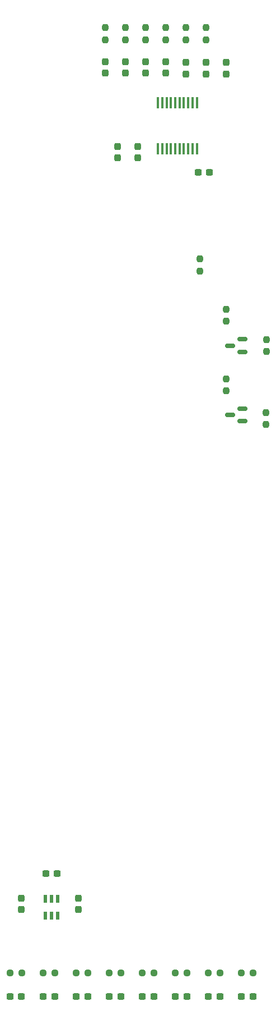
<source format=gbr>
%TF.GenerationSoftware,KiCad,Pcbnew,(6.0.7)*%
%TF.CreationDate,2023-09-07T13:48:48+01:00*%
%TF.ProjectId,CCC_rig_controller,4343435f-7269-4675-9f63-6f6e74726f6c,rev?*%
%TF.SameCoordinates,Original*%
%TF.FileFunction,Paste,Top*%
%TF.FilePolarity,Positive*%
%FSLAX46Y46*%
G04 Gerber Fmt 4.6, Leading zero omitted, Abs format (unit mm)*
G04 Created by KiCad (PCBNEW (6.0.7)) date 2023-09-07 13:48:48*
%MOMM*%
%LPD*%
G01*
G04 APERTURE LIST*
G04 Aperture macros list*
%AMRoundRect*
0 Rectangle with rounded corners*
0 $1 Rounding radius*
0 $2 $3 $4 $5 $6 $7 $8 $9 X,Y pos of 4 corners*
0 Add a 4 corners polygon primitive as box body*
4,1,4,$2,$3,$4,$5,$6,$7,$8,$9,$2,$3,0*
0 Add four circle primitives for the rounded corners*
1,1,$1+$1,$2,$3*
1,1,$1+$1,$4,$5*
1,1,$1+$1,$6,$7*
1,1,$1+$1,$8,$9*
0 Add four rect primitives between the rounded corners*
20,1,$1+$1,$2,$3,$4,$5,0*
20,1,$1+$1,$4,$5,$6,$7,0*
20,1,$1+$1,$6,$7,$8,$9,0*
20,1,$1+$1,$8,$9,$2,$3,0*%
G04 Aperture macros list end*
%ADD10R,0.600000X1.200000*%
%ADD11RoundRect,0.237500X0.300000X0.237500X-0.300000X0.237500X-0.300000X-0.237500X0.300000X-0.237500X0*%
%ADD12RoundRect,0.237500X0.250000X0.237500X-0.250000X0.237500X-0.250000X-0.237500X0.250000X-0.237500X0*%
%ADD13RoundRect,0.237500X0.237500X-0.300000X0.237500X0.300000X-0.237500X0.300000X-0.237500X-0.300000X0*%
%ADD14RoundRect,0.237500X-0.300000X-0.237500X0.300000X-0.237500X0.300000X0.237500X-0.300000X0.237500X0*%
%ADD15RoundRect,0.237500X-0.237500X0.300000X-0.237500X-0.300000X0.237500X-0.300000X0.237500X0.300000X0*%
%ADD16RoundRect,0.150000X0.587500X0.150000X-0.587500X0.150000X-0.587500X-0.150000X0.587500X-0.150000X0*%
%ADD17RoundRect,0.237500X0.237500X-0.250000X0.237500X0.250000X-0.237500X0.250000X-0.237500X-0.250000X0*%
%ADD18RoundRect,0.237500X-0.237500X0.250000X-0.237500X-0.250000X0.237500X-0.250000X0.237500X0.250000X0*%
%ADD19R,0.450000X1.705000*%
G04 APERTURE END LIST*
D10*
%TO.C,IC2*%
X55135800Y-167735800D03*
X56085800Y-167735800D03*
X57035800Y-167735800D03*
X57035800Y-165235800D03*
X56085800Y-165235800D03*
X55135800Y-165235800D03*
%TD*%
D11*
%TO.C,C13*%
X61548300Y-179941800D03*
X59823300Y-179941800D03*
%TD*%
D12*
%TO.C,R14*%
X61598300Y-176385800D03*
X59773300Y-176385800D03*
%TD*%
D11*
%TO.C,C14*%
X66548300Y-179941800D03*
X64823300Y-179941800D03*
%TD*%
%TO.C,C18*%
X86548300Y-179941800D03*
X84823300Y-179941800D03*
%TD*%
%TO.C,C17*%
X81548300Y-179941800D03*
X79823300Y-179941800D03*
%TD*%
D12*
%TO.C,R15*%
X66598300Y-176385800D03*
X64773300Y-176385800D03*
%TD*%
%TO.C,R18*%
X81598300Y-176385800D03*
X79773300Y-176385800D03*
%TD*%
D11*
%TO.C,C11*%
X51548300Y-179941800D03*
X49823300Y-179941800D03*
%TD*%
D12*
%TO.C,R19*%
X86598300Y-176385800D03*
X84773300Y-176385800D03*
%TD*%
%TO.C,R17*%
X76598300Y-176385800D03*
X74773300Y-176385800D03*
%TD*%
%TO.C,R16*%
X71598300Y-176385800D03*
X69773300Y-176385800D03*
%TD*%
D11*
%TO.C,C16*%
X76548300Y-179941800D03*
X74823300Y-179941800D03*
%TD*%
D13*
%TO.C,C19*%
X60149800Y-166840300D03*
X60149800Y-165115300D03*
%TD*%
D12*
%TO.C,R12*%
X51598300Y-176385800D03*
X49773300Y-176385800D03*
%TD*%
D11*
%TO.C,C12*%
X56548300Y-179941800D03*
X54823300Y-179941800D03*
%TD*%
D14*
%TO.C,C21*%
X55223300Y-161405800D03*
X56948300Y-161405800D03*
%TD*%
D12*
%TO.C,R13*%
X56598300Y-176385800D03*
X54773300Y-176385800D03*
%TD*%
D13*
%TO.C,C20*%
X51513800Y-166840300D03*
X51513800Y-165115300D03*
%TD*%
D11*
%TO.C,C15*%
X71548300Y-179941800D03*
X69823300Y-179941800D03*
%TD*%
D13*
%TO.C,C10*%
X66080000Y-53476300D03*
X66080000Y-51751300D03*
%TD*%
D15*
%TO.C,C7*%
X82488000Y-39100800D03*
X82488000Y-40825800D03*
%TD*%
D13*
%TO.C,C6*%
X64200000Y-40672300D03*
X64200000Y-38947300D03*
%TD*%
%TO.C,C3*%
X70296000Y-40672300D03*
X70296000Y-38947300D03*
%TD*%
%TO.C,C2*%
X73344000Y-40672300D03*
X73344000Y-38947300D03*
%TD*%
%TO.C,C1*%
X76392000Y-40825800D03*
X76392000Y-39100800D03*
%TD*%
D16*
%TO.C,Q1*%
X84961500Y-82730800D03*
X84961500Y-80830800D03*
X83086500Y-81780800D03*
%TD*%
D17*
%TO.C,R7*%
X67248000Y-35642300D03*
X67248000Y-33817300D03*
%TD*%
D13*
%TO.C,C4*%
X67248000Y-40672300D03*
X67248000Y-38947300D03*
%TD*%
D18*
%TO.C,R9*%
X82500000Y-76296300D03*
X82500000Y-78121300D03*
%TD*%
%TO.C,R4*%
X64200000Y-33817300D03*
X64200000Y-35642300D03*
%TD*%
%TO.C,R3*%
X70296000Y-33817300D03*
X70296000Y-35642300D03*
%TD*%
D17*
%TO.C,R5*%
X79440000Y-35642300D03*
X79440000Y-33817300D03*
%TD*%
%TO.C,R6*%
X73344000Y-35642300D03*
X73344000Y-33817300D03*
%TD*%
D18*
%TO.C,R11*%
X82500000Y-86796300D03*
X82500000Y-88621300D03*
%TD*%
%TO.C,R1*%
X78500000Y-68713800D03*
X78500000Y-70538800D03*
%TD*%
%TO.C,R2*%
X76392000Y-33817300D03*
X76392000Y-35642300D03*
%TD*%
D17*
%TO.C,R8*%
X88596000Y-82693300D03*
X88596000Y-80868300D03*
%TD*%
D11*
%TO.C,C9*%
X79990500Y-55613800D03*
X78265500Y-55613800D03*
%TD*%
D16*
%TO.C,Q2*%
X84937500Y-93158800D03*
X84937500Y-91258800D03*
X83062500Y-92208800D03*
%TD*%
D19*
%TO.C,IC1*%
X78053000Y-45115800D03*
X77403000Y-45115800D03*
X76753000Y-45115800D03*
X76103000Y-45115800D03*
X75453000Y-45115800D03*
X74803000Y-45115800D03*
X74153000Y-45115800D03*
X73503000Y-45115800D03*
X72853000Y-45115800D03*
X72203000Y-45115800D03*
X72203000Y-52111800D03*
X72853000Y-52111800D03*
X73503000Y-52111800D03*
X74153000Y-52111800D03*
X74803000Y-52111800D03*
X75453000Y-52111800D03*
X76103000Y-52111800D03*
X76753000Y-52111800D03*
X77403000Y-52111800D03*
X78053000Y-52111800D03*
%TD*%
D13*
%TO.C,C8*%
X69128000Y-53476300D03*
X69128000Y-51751300D03*
%TD*%
D17*
%TO.C,R10*%
X88500000Y-93701300D03*
X88500000Y-91876300D03*
%TD*%
D15*
%TO.C,C5*%
X79440000Y-39100800D03*
X79440000Y-40825800D03*
%TD*%
M02*

</source>
